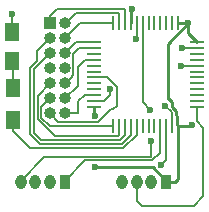
<source format=gbr>
G04 #@! TF.GenerationSoftware,KiCad,Pcbnew,(5.1.2)-2*
G04 #@! TF.CreationDate,2020-12-19T11:55:12-08:00*
G04 #@! TF.ProjectId,GrenadeConversion3,4772656e-6164-4654-936f-6e7665727369,rev?*
G04 #@! TF.SameCoordinates,Original*
G04 #@! TF.FileFunction,Copper,L1,Top*
G04 #@! TF.FilePolarity,Positive*
%FSLAX46Y46*%
G04 Gerber Fmt 4.6, Leading zero omitted, Abs format (unit mm)*
G04 Created by KiCad (PCBNEW (5.1.2)-2) date 2020-12-19 11:55:12*
%MOMM*%
%LPD*%
G04 APERTURE LIST*
%ADD10R,1.300000X0.250000*%
%ADD11R,0.250000X1.300000*%
%ADD12O,1.000000X1.000000*%
%ADD13R,1.000000X1.000000*%
%ADD14R,1.250000X1.500000*%
%ADD15O,0.950000X1.250000*%
%ADD16R,0.950000X1.250000*%
%ADD17R,1.300000X1.500000*%
%ADD18C,0.600000*%
%ADD19C,0.152400*%
%ADD20C,0.254000*%
G04 APERTURE END LIST*
D10*
X120908000Y-92754000D03*
X120908000Y-93254000D03*
X120908000Y-93754000D03*
X120908000Y-94254000D03*
X120908000Y-94754000D03*
X120908000Y-95254000D03*
X120908000Y-95754000D03*
X120908000Y-96254000D03*
X120908000Y-96754000D03*
X120908000Y-97254000D03*
X120908000Y-97754000D03*
X120908000Y-98254000D03*
D11*
X119308000Y-99854000D03*
X118808000Y-99854000D03*
X118308000Y-99854000D03*
X117808000Y-99854000D03*
X117308000Y-99854000D03*
X116808000Y-99854000D03*
X116308000Y-99854000D03*
X115808000Y-99854000D03*
X115308000Y-99854000D03*
X114808000Y-99854000D03*
X114308000Y-99854000D03*
X113808000Y-99854000D03*
D10*
X112208000Y-98254000D03*
X112208000Y-97754000D03*
X112208000Y-97254000D03*
X112208000Y-96754000D03*
X112208000Y-96254000D03*
X112208000Y-95754000D03*
X112208000Y-95254000D03*
X112208000Y-94754000D03*
X112208000Y-94254000D03*
X112208000Y-93754000D03*
X112208000Y-93254000D03*
X112208000Y-92754000D03*
D11*
X113808000Y-91154000D03*
X114308000Y-91154000D03*
X114808000Y-91154000D03*
X115308000Y-91154000D03*
X115808000Y-91154000D03*
X116308000Y-91154000D03*
X116808000Y-91154000D03*
X117308000Y-91154000D03*
X117808000Y-91154000D03*
X118308000Y-91154000D03*
X118808000Y-91154000D03*
X119308000Y-91154000D03*
D12*
X109728000Y-98806000D03*
X108458000Y-98806000D03*
X109728000Y-97536000D03*
X108458000Y-97536000D03*
X109728000Y-96266000D03*
X108458000Y-96266000D03*
X109728000Y-94996000D03*
X108458000Y-94996000D03*
X109728000Y-93726000D03*
X108458000Y-93726000D03*
X109728000Y-92456000D03*
X108458000Y-92456000D03*
X109728000Y-91186000D03*
D13*
X108458000Y-91186000D03*
D14*
X105283000Y-94386400D03*
X105283000Y-91886400D03*
D15*
X114554000Y-104648000D03*
X115804000Y-104648000D03*
X117054000Y-104648000D03*
D16*
X118304000Y-104648000D03*
X109728000Y-104648000D03*
D15*
X108478000Y-104648000D03*
X107228000Y-104648000D03*
X105978000Y-104648000D03*
D17*
X105343960Y-96672400D03*
X105343960Y-99372400D03*
D18*
X118237000Y-98145600D03*
X113538000Y-96774000D03*
X119542560Y-94747080D03*
X119634000Y-93260000D03*
X115779400Y-92496640D03*
X105293160Y-90373200D03*
X120142000Y-91186000D03*
X120472200Y-99822000D03*
X115422680Y-89935400D03*
X112288320Y-103342440D03*
X112293400Y-98983800D03*
X117896640Y-103195120D03*
X116961920Y-98511360D03*
X117017800Y-101137720D03*
D19*
X118808000Y-99854000D02*
X118808000Y-98716600D01*
X118808000Y-98716600D02*
X118237000Y-98145600D01*
X113538000Y-97226400D02*
X113538000Y-96774000D01*
X113010400Y-97754000D02*
X113538000Y-97226400D01*
X112208000Y-97754000D02*
X113010400Y-97754000D01*
X120908000Y-94754000D02*
X119549480Y-94754000D01*
X119549480Y-94754000D02*
X119542560Y-94747080D01*
X120908000Y-93254000D02*
X119640000Y-93254000D01*
X119640000Y-93254000D02*
X119634000Y-93260000D01*
X115808000Y-91154000D02*
X115808000Y-92468040D01*
X115808000Y-92468040D02*
X115779400Y-92496640D01*
X105283000Y-91886400D02*
X105283000Y-90383360D01*
X105283000Y-90383360D02*
X105293160Y-90373200D01*
D20*
X120142000Y-91988000D02*
X120908000Y-92754000D01*
X120142000Y-91186000D02*
X120142000Y-91988000D01*
X119340000Y-91186000D02*
X119308000Y-91154000D01*
X120142000Y-91186000D02*
X119340000Y-91186000D01*
X119033000Y-104648000D02*
X118304000Y-104648000D01*
X119308000Y-104373000D02*
X119033000Y-104648000D01*
X119308000Y-99854000D02*
X119308000Y-104373000D01*
X119308000Y-99854000D02*
X120440200Y-99854000D01*
X120440200Y-99854000D02*
X120472200Y-99822000D01*
X119212401Y-98980479D02*
X119212401Y-99758401D01*
X119212401Y-99758401D02*
X119308000Y-99854000D01*
X119163610Y-98569302D02*
X119163610Y-98931688D01*
X118430040Y-92897960D02*
X118430040Y-97566199D01*
X119163610Y-98931688D02*
X119212401Y-98980479D01*
X120142000Y-91186000D02*
X118430040Y-92897960D01*
X118430040Y-97566199D02*
X118515113Y-97566199D01*
X118515113Y-97566199D02*
X118816401Y-97867487D01*
X118816401Y-97867487D02*
X118816401Y-98222093D01*
X118816401Y-98222093D02*
X119163610Y-98569302D01*
X115308000Y-90050080D02*
X115422680Y-89935400D01*
X115308000Y-91154000D02*
X115308000Y-90050080D01*
X118304000Y-104648000D02*
X118304000Y-104498000D01*
X118304000Y-104498000D02*
X117148440Y-103342440D01*
X117148440Y-103342440D02*
X112712584Y-103342440D01*
X112712584Y-103342440D02*
X112288320Y-103342440D01*
X112208000Y-98254000D02*
X112208000Y-98898400D01*
X112208000Y-98898400D02*
X112293400Y-98983800D01*
D19*
X109728000Y-98806000D02*
X110871000Y-98806000D01*
X111405600Y-97254000D02*
X112208000Y-97254000D01*
X110871000Y-97788600D02*
X111405600Y-97254000D01*
X110871000Y-98806000D02*
X110871000Y-97788600D01*
X113010400Y-95754000D02*
X112208000Y-95754000D01*
X113300330Y-95754000D02*
X113010400Y-95754000D01*
X114116578Y-98177706D02*
X114116578Y-96570248D01*
X113841706Y-98452578D02*
X114116578Y-98177706D01*
X114116578Y-96570248D02*
X113300330Y-95754000D01*
X113591874Y-98452578D02*
X113841706Y-98452578D01*
X112509851Y-99534601D02*
X113591874Y-98452578D01*
X109186601Y-99534601D02*
X112509851Y-99534601D01*
X108458000Y-98806000D02*
X109186601Y-99534601D01*
X113530600Y-99854000D02*
X113808000Y-99854000D01*
X108427670Y-99854000D02*
X113530600Y-99854000D01*
X107729399Y-99155729D02*
X108427670Y-99854000D01*
X107729399Y-98264601D02*
X107729399Y-99155729D01*
X108458000Y-97536000D02*
X107729399Y-98264601D01*
X111405600Y-93254000D02*
X111400960Y-93258640D01*
X112208000Y-93254000D02*
X111405600Y-93254000D01*
X111400960Y-93258640D02*
X110937040Y-93258640D01*
X110227999Y-95766001D02*
X109728000Y-96266000D01*
X110456601Y-95537399D02*
X110227999Y-95766001D01*
X110456601Y-93739079D02*
X110456601Y-95537399D01*
X110937040Y-93258640D02*
X110456601Y-93739079D01*
X114308000Y-100656400D02*
X114308000Y-99854000D01*
X114231799Y-100732601D02*
X114308000Y-100656400D01*
X108875205Y-100732601D02*
X114231799Y-100732601D01*
X107424590Y-99281986D02*
X108875205Y-100732601D01*
X107424590Y-97299410D02*
X107424590Y-99281986D01*
X108458000Y-96266000D02*
X107424590Y-97299410D01*
X111405600Y-92754000D02*
X111403880Y-92755720D01*
X112208000Y-92754000D02*
X111405600Y-92754000D01*
X110698280Y-92755720D02*
X109728000Y-93726000D01*
X111403880Y-92755720D02*
X110698280Y-92755720D01*
X107119780Y-95064220D02*
X107119780Y-100434500D01*
X108458000Y-93726000D02*
X107119780Y-95064220D01*
X107119780Y-100434500D02*
X107736640Y-101051360D01*
X114808000Y-100656400D02*
X114808000Y-99854000D01*
X114413040Y-101051360D02*
X114808000Y-100656400D01*
X107736640Y-101051360D02*
X114413040Y-101051360D01*
X111030000Y-91154000D02*
X109728000Y-92456000D01*
X113808000Y-91154000D02*
X111030000Y-91154000D01*
X107370880Y-94382054D02*
X106761280Y-94991654D01*
X108458000Y-92456000D02*
X107370880Y-93543120D01*
X107370880Y-93543120D02*
X107370880Y-94382054D01*
X106761280Y-100507066D02*
X107620534Y-101366320D01*
X106761280Y-94991654D02*
X106761280Y-100507066D01*
X115308000Y-100656400D02*
X115308000Y-99854000D01*
X114598080Y-101366320D02*
X115308000Y-100656400D01*
X107620534Y-101366320D02*
X114598080Y-101366320D01*
X110227999Y-90686001D02*
X109728000Y-91186000D01*
X110638601Y-90275399D02*
X110227999Y-90686001D01*
X114231799Y-90275399D02*
X110638601Y-90275399D01*
X114308000Y-90351600D02*
X114231799Y-90275399D01*
X114308000Y-91154000D02*
X114308000Y-90351600D01*
X114808000Y-89941400D02*
X114808000Y-91154000D01*
X109050200Y-89941400D02*
X114808000Y-89941400D01*
X108458000Y-91186000D02*
X108458000Y-90533600D01*
X108458000Y-90533600D02*
X109050200Y-89941400D01*
X120908000Y-99475470D02*
X121437400Y-100004870D01*
X120908000Y-98254000D02*
X120908000Y-99475470D01*
X121437400Y-100004870D02*
X121437400Y-105826560D01*
X121437400Y-105826560D02*
X120619520Y-106644440D01*
X120619520Y-106644440D02*
X116260880Y-106644440D01*
X115804000Y-106187560D02*
X115804000Y-104648000D01*
X116260880Y-106644440D02*
X115804000Y-106187560D01*
X118308000Y-99854000D02*
X118308000Y-102783760D01*
X118308000Y-102783760D02*
X117896640Y-103195120D01*
X116308000Y-91154000D02*
X116308000Y-97857440D01*
X116308000Y-97857440D02*
X116961920Y-98511360D01*
X117017800Y-102478840D02*
X117017800Y-101137720D01*
X117012720Y-102473760D02*
X117017800Y-102478840D01*
X108002240Y-102473760D02*
X117012720Y-102473760D01*
X105978000Y-104648000D02*
X105978000Y-104498000D01*
X105978000Y-104498000D02*
X108002240Y-102473760D01*
X109728000Y-97536000D02*
X110810040Y-96453960D01*
X111405600Y-94254000D02*
X112208000Y-94254000D01*
X110810040Y-94849560D02*
X111405600Y-94254000D01*
X110810040Y-96453960D02*
X110810040Y-94849560D01*
X117144056Y-102783651D02*
X117808000Y-102119707D01*
X117808000Y-102119707D02*
X117808000Y-100656400D01*
X111442349Y-102783651D02*
X117144056Y-102783651D01*
X109728000Y-104498000D02*
X111442349Y-102783651D01*
X117808000Y-100656400D02*
X117808000Y-99854000D01*
X109728000Y-104648000D02*
X109728000Y-104498000D01*
X105343960Y-94447360D02*
X105283000Y-94386400D01*
X105343960Y-96672400D02*
X105343960Y-94447360D01*
X115808000Y-100587466D02*
X114673546Y-101721920D01*
X115808000Y-99854000D02*
X115808000Y-100587466D01*
X105343960Y-100274800D02*
X105343960Y-99372400D01*
X106791080Y-101721920D02*
X105343960Y-100274800D01*
X114673546Y-101721920D02*
X106791080Y-101721920D01*
M02*

</source>
